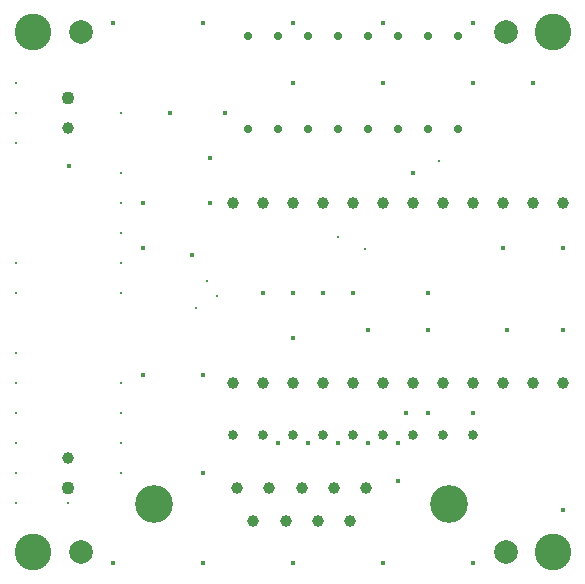
<source format=gbr>
G04 DesignSpark PCB PRO Gerber Version 10.0 Build 5299*
G04 #@! TF.Part,Single*
G04 #@! TF.FilePolarity,Positive*
%FSLAX35Y35*%
%MOIN*%
G04 #@! TA.AperFunction,ViaDrill*
%ADD78C,0.01181*%
%ADD77C,0.01600*%
G04 #@! TA.AperFunction,ComponentDrill*
%ADD136C,0.02874*%
%ADD130C,0.03307*%
%ADD81C,0.03937*%
%ADD83C,0.04331*%
G04 #@! TA.AperFunction,MechanicalDrill*
%ADD80C,0.07874*%
%ADD79C,0.12205*%
G04 #@! TA.AperFunction,ComponentDrill*
%ADD82C,0.12598*%
G04 #@! TD.AperFunction*
X0Y0D02*
D02*
D77*
X60368Y255722D03*
X75250Y123414D03*
Y303397D03*
X85250Y185914D03*
Y228414D03*
Y243414D03*
X94065Y273414D03*
X101500Y225914D03*
X105250Y123414D03*
Y153414D03*
Y185914D03*
Y303397D03*
X107669Y243414D03*
Y258414D03*
X112411Y273414D03*
X125250Y213414D03*
X130250Y163414D03*
X135250Y123414D03*
Y198414D03*
Y213414D03*
Y283414D03*
Y303414D03*
X140250Y163414D03*
X145250Y213414D03*
X150250Y163414D03*
X155250Y213414D03*
X160250Y163414D03*
Y200914D03*
X165250Y123414D03*
Y283414D03*
Y303414D03*
X170250Y150513D03*
Y163414D03*
X172750Y173414D03*
X175250Y253414D03*
X180179Y173414D03*
X180250Y200914D03*
X180304Y213414D03*
X195250Y123414D03*
Y173414D03*
Y283414D03*
Y303397D03*
X205250Y228414D03*
X206500Y200914D03*
X215250Y283414D03*
X225250Y140914D03*
Y200914D03*
Y228414D03*
D02*
D78*
X42750Y143414D03*
Y153414D03*
Y163414D03*
Y173414D03*
Y183414D03*
Y193414D03*
Y213414D03*
Y223414D03*
Y263414D03*
Y273414D03*
Y283414D03*
X60250Y143414D03*
X77750Y153414D03*
Y163414D03*
Y173414D03*
Y183414D03*
Y213414D03*
Y223414D03*
Y233414D03*
Y243414D03*
Y253414D03*
Y273414D03*
X102750Y208414D03*
X106500Y217164D03*
X109750Y212164D03*
X150250Y231914D03*
X159250Y227914D03*
X184000Y257164D03*
D02*
D79*
X48636Y127000D03*
Y300229D03*
X221864Y127000D03*
Y300229D03*
D02*
D80*
X64384Y127000D03*
Y300229D03*
X206116Y127000D03*
Y300229D03*
D02*
D81*
X60250Y158414D03*
Y268414D03*
X115250Y183414D03*
Y243414D03*
X116500Y148414D03*
X121894Y137233D03*
X125250Y183414D03*
Y243414D03*
X127287Y148414D03*
X132681Y137233D03*
X135250Y183414D03*
Y243414D03*
X138075Y148414D03*
X143469Y137233D03*
X145250Y183414D03*
Y243414D03*
X148862Y148414D03*
X154256Y137233D03*
X155250Y183414D03*
Y243414D03*
X159650Y148414D03*
X165250Y183414D03*
Y243414D03*
X175250Y183414D03*
Y243414D03*
X185250Y183414D03*
Y243414D03*
X195250Y183414D03*
Y243414D03*
X205250Y183414D03*
Y243414D03*
X215250Y183414D03*
Y243414D03*
X225250Y183414D03*
Y243414D03*
D02*
D82*
X88882Y142823D03*
X187268D03*
D02*
D83*
X60250Y148414D03*
Y278414D03*
D02*
D130*
X115250Y165914D03*
X125250D03*
X135250D03*
X145250D03*
X155250D03*
X165250D03*
X175250D03*
X185250D03*
X195250D03*
D02*
D136*
X120250Y267784D03*
Y299044D03*
X130250Y267784D03*
Y299044D03*
X140250Y267784D03*
Y299044D03*
X150250Y267784D03*
Y299044D03*
X160250Y267784D03*
Y299044D03*
X170250Y267784D03*
Y299044D03*
X180250Y267784D03*
Y299044D03*
X190250Y267784D03*
Y299044D03*
X0Y0D02*
M02*

</source>
